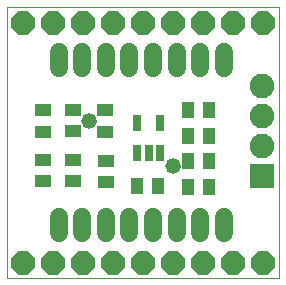
<source format=gbs>
G75*
%MOIN*%
%OFA0B0*%
%FSLAX25Y25*%
%IPPOS*%
%LPD*%
%AMOC8*
5,1,8,0,0,1.08239X$1,22.5*
%
%ADD10C,0.00000*%
%ADD11OC8,0.07800*%
%ADD12R,0.03950X0.05524*%
%ADD13R,0.02965X0.05524*%
%ADD14C,0.06156*%
%ADD15R,0.05524X0.03950*%
%ADD16R,0.08200X0.08200*%
%ADD17C,0.08200*%
%ADD18C,0.05200*%
D10*
X0007600Y0009100D02*
X0098301Y0009100D01*
X0098301Y0099561D01*
X0007600Y0099561D01*
X0007600Y0009100D01*
D11*
X0013100Y0014100D03*
X0023100Y0014100D03*
X0033100Y0014100D03*
X0043100Y0014100D03*
X0053100Y0014100D03*
X0063100Y0014100D03*
X0073100Y0014100D03*
X0083100Y0014100D03*
X0093100Y0014100D03*
X0093100Y0094100D03*
X0083100Y0094100D03*
X0073100Y0094100D03*
X0063100Y0094100D03*
X0053100Y0094100D03*
X0043100Y0094100D03*
X0033100Y0094100D03*
X0023100Y0094100D03*
X0013100Y0094100D03*
D12*
X0051057Y0040000D03*
X0058143Y0040000D03*
X0068057Y0039600D03*
X0075143Y0039600D03*
X0075043Y0048300D03*
X0067957Y0048300D03*
X0068057Y0056600D03*
X0075143Y0056600D03*
X0075043Y0065100D03*
X0067957Y0065100D03*
D13*
X0058640Y0060919D03*
X0051160Y0060919D03*
X0051160Y0050681D03*
X0054900Y0050681D03*
X0058640Y0050681D03*
D14*
X0056361Y0029525D02*
X0056361Y0024169D01*
X0064235Y0024169D02*
X0064235Y0029525D01*
X0072109Y0029525D02*
X0072109Y0024169D01*
X0079983Y0024169D02*
X0079983Y0029525D01*
X0048487Y0029525D02*
X0048487Y0024169D01*
X0040613Y0024169D02*
X0040613Y0029525D01*
X0032739Y0029525D02*
X0032739Y0024169D01*
X0024865Y0024169D02*
X0024865Y0029525D01*
X0024865Y0079287D02*
X0024865Y0084643D01*
X0032739Y0084643D02*
X0032739Y0079287D01*
X0040613Y0079287D02*
X0040613Y0084643D01*
X0048487Y0084643D02*
X0048487Y0079287D01*
X0056361Y0079287D02*
X0056361Y0084643D01*
X0064235Y0084643D02*
X0064235Y0079287D01*
X0072109Y0079287D02*
X0072109Y0084643D01*
X0079983Y0084643D02*
X0079983Y0079287D01*
D15*
X0040300Y0065043D03*
X0040300Y0057957D03*
X0040600Y0048143D03*
X0040600Y0041057D03*
X0029600Y0041557D03*
X0029600Y0048643D03*
X0029600Y0058057D03*
X0029600Y0065143D03*
X0019700Y0065043D03*
X0019700Y0057957D03*
X0019600Y0048643D03*
X0019600Y0041557D03*
D16*
X0092600Y0043100D03*
D17*
X0092600Y0053100D03*
X0092600Y0063100D03*
X0092600Y0073100D03*
D18*
X0063100Y0046600D03*
X0035100Y0061600D03*
M02*

</source>
